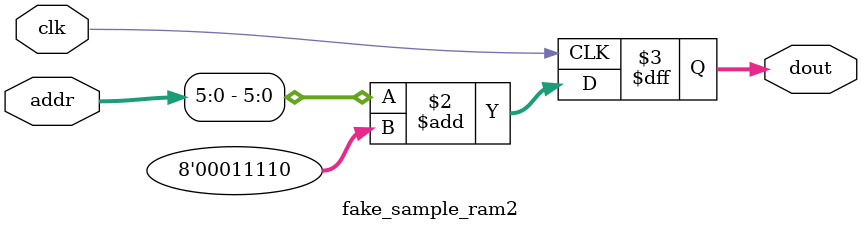
<source format=v>
/*
 * A simple fake RAM that you can use to aid in debugging your wave display.
 */
module fake_sample_ram2 (
    input clk,
    input [8:0] addr,
    output reg [7:0] dout
);

    always @(posedge clk)
        dout = addr[5:0] + 8'd30;

endmodule

</source>
